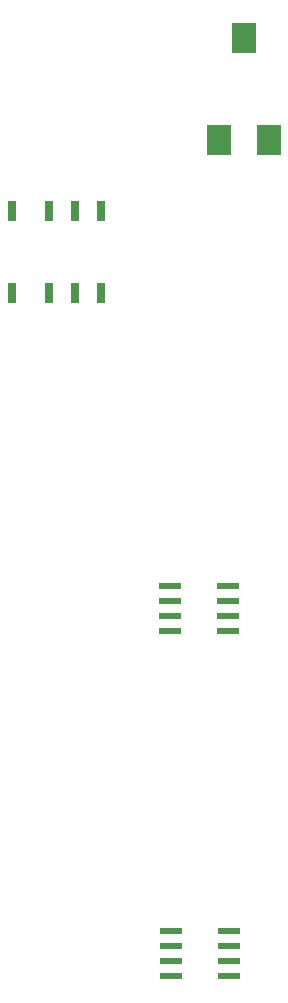
<source format=gbr>
%TF.GenerationSoftware,KiCad,Pcbnew,8.0.7-8.0.7-0~ubuntu22.04.1*%
%TF.CreationDate,2025-01-06T19:22:07+01:00*%
%TF.ProjectId,RIAA,52494141-2e6b-4696-9361-645f70636258,0.1*%
%TF.SameCoordinates,Original*%
%TF.FileFunction,Paste,Top*%
%TF.FilePolarity,Positive*%
%FSLAX46Y46*%
G04 Gerber Fmt 4.6, Leading zero omitted, Abs format (unit mm)*
G04 Created by KiCad (PCBNEW 8.0.7-8.0.7-0~ubuntu22.04.1) date 2025-01-06 19:22:07*
%MOMM*%
%LPD*%
G01*
G04 APERTURE LIST*
%ADD10R,2.000000X2.500000*%
%ADD11R,0.800000X1.800000*%
%ADD12R,1.981200X0.558800*%
G04 APERTURE END LIST*
D10*
%TO.C,RV1*%
X232655000Y-57545000D03*
X230505000Y-48895000D03*
X228355000Y-57545000D03*
%TD*%
D11*
%TO.C,K1*%
X210830000Y-70500000D03*
X214030000Y-70500000D03*
X216230000Y-70500000D03*
X218430000Y-70500000D03*
X218430000Y-63500000D03*
X216230000Y-63500000D03*
X214030000Y-63500000D03*
X210830000Y-63500000D03*
%TD*%
D12*
%TO.C,U5*%
X224307400Y-124460000D03*
X224307400Y-125730000D03*
X224307400Y-127000000D03*
X224307400Y-128270000D03*
X229235000Y-128270000D03*
X229235000Y-127000000D03*
X229235000Y-125730000D03*
X229235000Y-124460000D03*
%TD*%
%TO.C,U6*%
X224231200Y-95250000D03*
X224231200Y-96520000D03*
X224231200Y-97790000D03*
X224231200Y-99060000D03*
X229158800Y-99060000D03*
X229158800Y-97790000D03*
X229158800Y-96520000D03*
X229158800Y-95250000D03*
%TD*%
M02*

</source>
